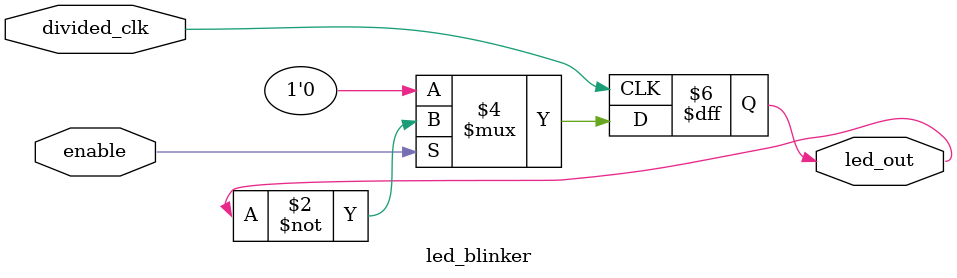
<source format=v>
module led_blinker (
    input wire divided_clk,  // Input clock (already divided, e.g., 1 Hz)
    input wire enable,       // Enable signal (1 = blink, 0 = off)
    output reg led_out       // Output LED signal
);

    always @(posedge divided_clk ) begin
        if (enable) begin
            led_out <= ~led_out;  // Toggle LED when enabled
        end else begin
            led_out <= 1'b0;  // Turn off LED when not enabled
        end
    end
endmodule


</source>
